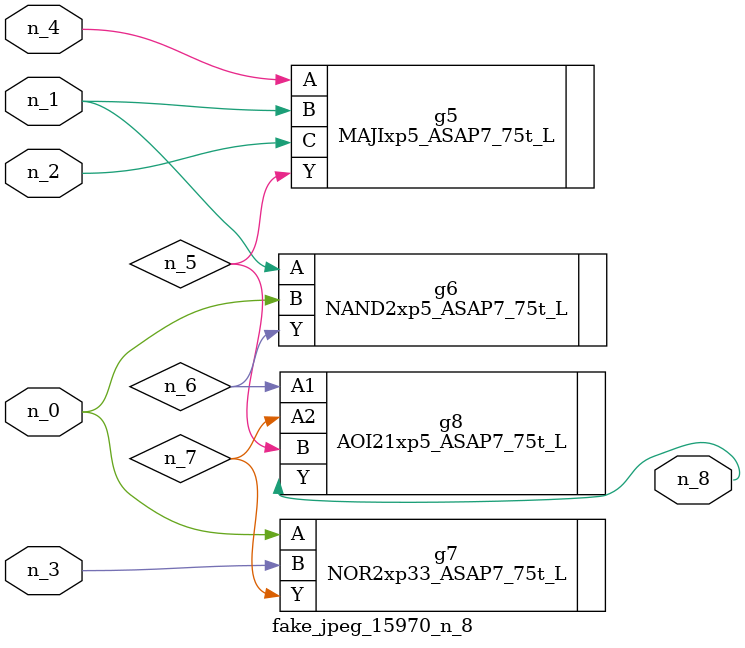
<source format=v>
module fake_jpeg_15970_n_8 (n_3, n_2, n_1, n_0, n_4, n_8);

input n_3;
input n_2;
input n_1;
input n_0;
input n_4;

output n_8;

wire n_6;
wire n_5;
wire n_7;

MAJIxp5_ASAP7_75t_L g5 ( 
.A(n_4),
.B(n_1),
.C(n_2),
.Y(n_5)
);

NAND2xp5_ASAP7_75t_L g6 ( 
.A(n_1),
.B(n_0),
.Y(n_6)
);

NOR2xp33_ASAP7_75t_L g7 ( 
.A(n_0),
.B(n_3),
.Y(n_7)
);

AOI21xp5_ASAP7_75t_L g8 ( 
.A1(n_6),
.A2(n_7),
.B(n_5),
.Y(n_8)
);


endmodule
</source>
